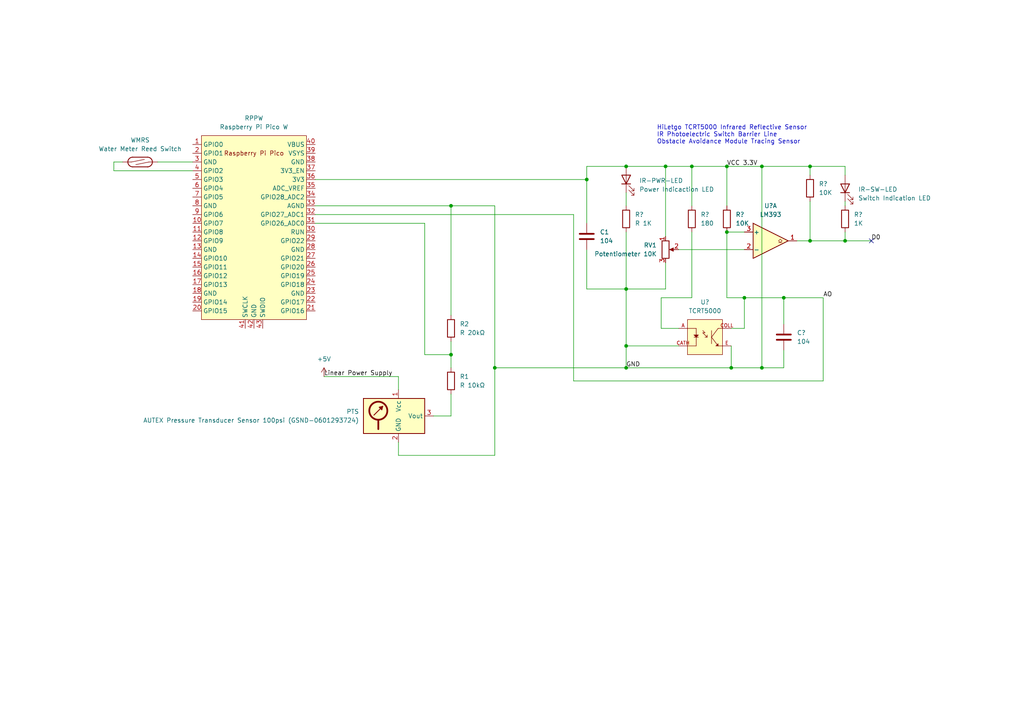
<source format=kicad_sch>
(kicad_sch (version 20211123) (generator eeschema)
  (paper "A4")
  (title_block (title "RPi Pico W Water Monitor") (date "2022-12-04") (rev "1.0.0") (company "Antonios Karagiannis"))
  (lib_symbols
    (symbol "Comparator:LM393" (pin_names (offset 0.127))
      (property "Reference" "U" (at 3.81 3.81 0))
      (property "Value" "LM393" (at 6.35 -3.81 0))
      (symbol "LM393_1_1"
        (polyline (pts (xy -5.08 5.08) (xy 5.08 0) (xy -5.08 -5.08) (xy -5.08 5.08)) (stroke (width 0.254)) (fill (type background)))
        (polyline (pts (xy 3.302 -0.508) (xy 2.794 -0.508) (xy 3.302 0) (xy 2.794 0.508) (xy 2.286 0) (xy 2.794 -0.508) (xy 2.286 -0.508)) (stroke (width 0.127)))
        (pin open_collector line (at 7.62 0 180) (length 2.54) (name "~") (number "1"))
        (pin input line (at -7.62 -2.54 0) (length 2.54) (name "-") (number "2"))
        (pin input line (at -7.62 2.54 0) (length 2.54) (name "+") (number "3"))
      )
      (symbol "LM393_2_1"
        (polyline (pts (xy -5.08 5.08) (xy 5.08 0) (xy -5.08 -5.08) (xy -5.08 5.08)) (stroke (width 0.254)) (fill (type background)))
        (polyline (pts (xy 3.302 -0.508) (xy 2.794 -0.508) (xy 3.302 0) (xy 2.794 0.508) (xy 2.286 0) (xy 2.794 -0.508) (xy 2.286 -0.508)) (stroke (width 0.127)))
        (pin input line (at -7.62 2.54 0) (length 2.54) (name "+") (number "5"))
        (pin input line (at -7.62 -2.54 0) (length 2.54) (name "-") (number "6"))
        (pin open_collector line (at 7.62 0 180) (length 2.54) (name "~") (number "7"))
      )
      (symbol "LM393_3_1"
        (pin power_in line (at -2.54 -7.62 90) (length 3.81) (name "V-") (number "4"))
        (pin power_in line (at -2.54 7.62 270) (length 3.81) (name "V+") (number "8"))
      )
    )
    (symbol "Device:C" (pin_numbers hide) (pin_names (offset 0.254))
      (property "Reference" "C" (at 0.635 2.54 0))
      (property "Value" "C" (at 0.635 -2.54 0))
      (symbol "C_0_1"
        (polyline (pts (xy -2.032 -0.762) (xy 2.032 -0.762)) (stroke (width 0.508)))
        (polyline (pts (xy -2.032 0.762) (xy 2.032 0.762)) (stroke (width 0.508)))
      )
      (symbol "C_1_1"
        (pin passive line (at 0 3.81 270) (length 2.794) (name "~") (number "1"))
        (pin passive line (at 0 -3.81 90) (length 2.794) (name "~") (number "2"))
      )
    )
    (symbol "Device:LED" (pin_numbers hide) (pin_names (offset 1.016) hide)
      (property "Reference" "D" (at 0 2.54 0))
      (property "Value" "LED" (at 0 -2.54 0))
      (symbol "LED_0_1"
        (polyline (pts (xy -1.27 -1.27) (xy -1.27 1.27)) (stroke (width 0.254)))
        (polyline (pts (xy -1.27 0) (xy 1.27 0)))
        (polyline (pts (xy 1.27 -1.27) (xy 1.27 1.27) (xy -1.27 0) (xy 1.27 -1.27)) (stroke (width 0.254)))
        (polyline (pts (xy -3.048 -0.762) (xy -4.572 -2.286) (xy -3.81 -2.286) (xy -4.572 -2.286) (xy -4.572 -1.524)))
        (polyline (pts (xy -1.778 -0.762) (xy -3.302 -2.286) (xy -2.54 -2.286) (xy -3.302 -2.286) (xy -3.302 -1.524)))
      )
      (symbol "LED_1_1"
        (pin passive line (at -3.81 0 0) (length 2.54) (name "K") (number "1"))
        (pin passive line (at 3.81 0 180) (length 2.54) (name "A") (number "2"))
      )
    )
    (symbol "Device:R" (pin_numbers hide) (pin_names (offset 0))
      (property "Reference" "R" (at 2.032 0 90))
      (property "Value" "R" (at 0 0 90))
      (symbol "R_0_1"
        (rectangle (start -1.016 -2.54) (end 1.016 2.54) (stroke (width 0.254)))
      )
      (symbol "R_1_1"
        (pin passive line (at 0 3.81 270) (length 1.27) (name "~") (number "1"))
        (pin passive line (at 0 -3.81 90) (length 1.27) (name "~") (number "2"))
      )
    )
    (symbol "Device:R_Potentiometer" (pin_names (offset 1.016) hide)
      (property "Reference" "RV" (at -4.445 0 90))
      (property "Value" "R_Potentiometer" (at -2.54 0 90))
      (symbol "R_Potentiometer_0_1"
        (polyline (pts (xy 2.54 0) (xy 1.524 0)))
        (polyline (pts (xy 1.143 0) (xy 2.286 0.508) (xy 2.286 -0.508) (xy 1.143 0)) (fill (type outline)))
        (rectangle (start 1.016 2.54) (end -1.016 -2.54) (stroke (width 0.254)))
      )
      (symbol "R_Potentiometer_1_1"
        (pin passive line (at 0 3.81 270) (length 1.27) (name "1") (number "1"))
        (pin passive line (at 3.81 0 180) (length 1.27) (name "2") (number "2"))
        (pin passive line (at 0 -3.81 90) (length 1.27) (name "3") (number "3"))
      )
    )
    (symbol "MCU_RaspberryPi_and_Boards:Pico"
      (property "Reference" "U" (at -13.97 27.94 0))
      (property "Value" "Pico" (at 0 19.05 0))
      (symbol "Pico_0_0"
        (text "Raspberry Pi Pico" (at 0 21.59 0) (effects (font (size 1.27 1.27))))
      )
      (symbol "Pico_0_1"
        (rectangle (start -15.24 26.67) (end 15.24 -26.67) (fill (type background)))
      )
      (symbol "Pico_1_1"
        (pin bidirectional line (at -17.78 24.13 0) (length 2.54) (name "GPIO0") (number "1"))
        (pin bidirectional line (at -17.78 1.27 0) (length 2.54) (name "GPIO7") (number "10"))
        (pin bidirectional line (at -17.78 -1.27 0) (length 2.54) (name "GPIO8") (number "11"))
        (pin bidirectional line (at -17.78 -3.81 0) (length 2.54) (name "GPIO9") (number "12"))
        (pin power_in line (at -17.78 -6.35 0) (length 2.54) (name "GND") (number "13"))
        (pin bidirectional line (at -17.78 -8.89 0) (length 2.54) (name "GPIO10") (number "14"))
        (pin bidirectional line (at -17.78 -11.43 0) (length 2.54) (name "GPIO11") (number "15"))
        (pin bidirectional line (at -17.78 -13.97 0) (length 2.54) (name "GPIO12") (number "16"))
        (pin bidirectional line (at -17.78 -16.51 0) (length 2.54) (name "GPIO13") (number "17"))
        (pin power_in line (at -17.78 -19.05 0) (length 2.54) (name "GND") (number "18"))
        (pin bidirectional line (at -17.78 -21.59 0) (length 2.54) (name "GPIO14") (number "19"))
        (pin bidirectional line (at -17.78 21.59 0) (length 2.54) (name "GPIO1") (number "2"))
        (pin bidirectional line (at -17.78 -24.13 0) (length 2.54) (name "GPIO15") (number "20"))
        (pin bidirectional line (at 17.78 -24.13 180) (length 2.54) (name "GPIO16") (number "21"))
        (pin bidirectional line (at 17.78 -21.59 180) (length 2.54) (name "GPIO17") (number "22"))
        (pin power_in line (at 17.78 -19.05 180) (length 2.54) (name "GND") (number "23"))
        (pin bidirectional line (at 17.78 -16.51 180) (length 2.54) (name "GPIO18") (number "24"))
        (pin bidirectional line (at 17.78 -13.97 180) (length 2.54) (name "GPIO19") (number "25"))
        (pin bidirectional line (at 17.78 -11.43 180) (length 2.54) (name "GPIO20") (number "26"))
        (pin bidirectional line (at 17.78 -8.89 180) (length 2.54) (name "GPIO21") (number "27"))
        (pin power_in line (at 17.78 -6.35 180) (length 2.54) (name "GND") (number "28"))
        (pin bidirectional line (at 17.78 -3.81 180) (length 2.54) (name "GPIO22") (number "29"))
        (pin power_in line (at -17.78 19.05 0) (length 2.54) (name "GND") (number "3"))
        (pin input line (at 17.78 -1.27 180) (length 2.54) (name "RUN") (number "30"))
        (pin bidirectional line (at 17.78 1.27 180) (length 2.54) (name "GPIO26_ADC0") (number "31"))
        (pin bidirectional line (at 17.78 3.81 180) (length 2.54) (name "GPIO27_ADC1") (number "32"))
        (pin power_in line (at 17.78 6.35 180) (length 2.54) (name "AGND") (number "33"))
        (pin bidirectional line (at 17.78 8.89 180) (length 2.54) (name "GPIO28_ADC2") (number "34"))
        (pin power_in line (at 17.78 11.43 180) (length 2.54) (name "ADC_VREF") (number "35"))
        (pin power_in line (at 17.78 13.97 180) (length 2.54) (name "3V3") (number "36"))
        (pin input line (at 17.78 16.51 180) (length 2.54) (name "3V3_EN") (number "37"))
        (pin bidirectional line (at 17.78 19.05 180) (length 2.54) (name "GND") (number "38"))
        (pin power_in line (at 17.78 21.59 180) (length 2.54) (name "VSYS") (number "39"))
        (pin bidirectional line (at -17.78 16.51 0) (length 2.54) (name "GPIO2") (number "4"))
        (pin power_in line (at 17.78 24.13 180) (length 2.54) (name "VBUS") (number "40"))
        (pin input line (at -2.54 -29.21 90) (length 2.54) (name "SWCLK") (number "41"))
        (pin power_in line (at 0 -29.21 90) (length 2.54) (name "GND") (number "42"))
        (pin bidirectional line (at 2.54 -29.21 90) (length 2.54) (name "SWDIO") (number "43"))
        (pin bidirectional line (at -17.78 13.97 0) (length 2.54) (name "GPIO3") (number "5"))
        (pin bidirectional line (at -17.78 11.43 0) (length 2.54) (name "GPIO4") (number "6"))
        (pin bidirectional line (at -17.78 8.89 0) (length 2.54) (name "GPIO5") (number "7"))
        (pin power_in line (at -17.78 6.35 0) (length 2.54) (name "GND") (number "8"))
        (pin bidirectional line (at -17.78 3.81 0) (length 2.54) (name "GPIO6") (number "9"))
      )
    )
    (symbol "Sensor_Pressure:40PC100G"
      (property "Reference" "U" (at -10.16 6.35 0))
      (property "Value" "40PC100G" (at 6.35 6.35 0))
      (symbol "40PC100G_0_1"
        (circle (center -5.842 1.524) (radius 2.6162) (stroke (width 0.508)))
        (polyline (pts (xy -7.112 0.254) (xy -4.572 2.794)) (stroke (width 0.254)))
        (polyline (pts (xy -5.842 -1.27) (xy -5.842 -3.81)) (stroke (width 0.508)))
        (polyline (pts (xy -4.572 2.794) (xy -4.826 1.778) (xy -5.588 2.54) (xy -4.572 2.794)) (stroke (width 0.254)) (fill (type outline)))
        (rectangle (start 7.62 5.08) (end -10.16 -5.08) (stroke (width 0.254)) (fill (type background)))
      )
      (symbol "40PC100G_1_1"
        (pin power_in line (at 0 7.62 270) (length 2.54) (name "Vcc") (number "1"))
        (pin power_in line (at 0 -7.62 90) (length 2.54) (name "GND") (number "2"))
        (pin output line (at 10.16 0 180) (length 2.54) (name "Vout") (number "3"))
        (pin no_connect line (at -7.62 -5.08 90) (length 2.54) hide (name "NC") (number "4"))
        (pin no_connect line (at -5.08 -5.08 90) (length 2.54) hide (name "NC") (number "5"))
        (pin no_connect line (at -2.54 -5.08 90) (length 2.54) hide (name "NC") (number "6"))
      )
    )
    (symbol "Switch:SW_Reed" (pin_numbers hide) (pin_names (offset 0) hide)
      (property "Reference" "SW" (at 0 2.54 0))
      (property "Value" "SW_Reed" (at 0 -2.54 0))
      (symbol "SW_Reed_0_0"
        (arc (start -2.159 1.397) (mid -3.556 0) (end -2.159 -1.397) (stroke (width 0.254)))
        (polyline (pts (xy -2.54 0) (xy 1.27 0.762)))
        (polyline (pts (xy -2.159 -1.397) (xy 2.286 -1.397)) (stroke (width 0.254)))
        (polyline (pts (xy 2.159 1.397) (xy -2.159 1.397)) (stroke (width 0.254)))
        (polyline (pts (xy 2.54 0) (xy -1.27 -0.762)))
        (arc (start 2.159 -1.397) (mid 3.556 0) (end 2.159 1.397) (stroke (width 0.254)))
      )
      (symbol "SW_Reed_1_1"
        (pin passive line (at -5.08 0 0) (length 2.54) (name "1") (number "1"))
        (pin passive line (at 5.08 0 180) (length 2.54) (name "2") (number "2"))
      )
    )
    (symbol "TCRT5000:TCRT5000" (pin_names (offset 1.016))
      (property "Reference" "U" (at -5.0887 5.7248 0))
      (property "Value" "TCRT5000" (at -5.0838 -5.7193 0))
      (symbol "TCRT5000_0_0"
        (rectangle (start -5.08 -5.08) (end 5.08 5.08) (stroke (width 0.1524)) (fill (type background)))
        (polyline (pts (xy -5.08 2.54) (xy -2.54 2.54)) (stroke (width 0.1524)))
        (polyline (pts (xy -3.175 0) (xy -1.905 0)) (stroke (width 0.1524)))
        (polyline (pts (xy -2.54 -2.54) (xy -5.08 -2.54)) (stroke (width 0.1524)))
        (polyline (pts (xy -2.54 2.54) (xy -2.54 -2.54)) (stroke (width 0.1524)))
        (polyline (pts (xy -0.635 1.27) (xy 0.635 0)) (stroke (width 0.1524)))
        (polyline (pts (xy -0.635 1.905) (xy 0 1.27)) (stroke (width 0.1524)))
        (polyline (pts (xy 0 1.27) (xy -0.635 1.27)) (stroke (width 0.1524)))
        (polyline (pts (xy 0.635 0) (xy 0 0)) (stroke (width 0.1524)))
        (polyline (pts (xy 0.635 0.635) (xy 0.635 0)) (stroke (width 0.1524)))
        (polyline (pts (xy 1.905 0) (xy 1.905 -1.905)) (stroke (width 0.1524)))
        (polyline (pts (xy 1.905 0) (xy 3.81 -2.54)) (stroke (width 0.1524)))
        (polyline (pts (xy 1.905 0) (xy 3.81 2.54)) (stroke (width 0.1524)))
        (polyline (pts (xy 1.905 1.905) (xy 1.905 0)) (stroke (width 0.1524)))
        (polyline (pts (xy 3.81 -2.54) (xy 5.08 -2.54)) (stroke (width 0.1524)))
        (polyline (pts (xy 3.81 2.54) (xy 5.08 2.54)) (stroke (width 0.1524)))
        (polyline (pts (xy -3.175 0.635) (xy -1.905 0.635) (xy -2.54 0) (xy -3.175 0.635)) (stroke (width 0.1524)) (fill (type outline)))
        (polyline (pts (xy 3.175 -2.54) (xy 3.81 -2.54) (xy 3.81 -1.905) (xy 3.175 -2.54)) (stroke (width 0.1524)) (fill (type outline)))
        (pin passive line (at -7.62 2.54 0) (length 2.54) (name "~") (number "A"))
        (pin passive line (at -7.62 -2.54 0) (length 2.54) (name "~") (number "CATH"))
        (pin passive line (at 7.62 2.54 180) (length 2.54) (name "~") (number "COLL"))
        (pin passive line (at 7.62 -2.54 180) (length 2.54) (name "~") (number "E"))
      )
    )
    (symbol "power:+5V" (power) (pin_names (offset 0))
      (property "Value" "+5V" (at 0 3.556 0))
      (symbol "+5V_0_1"
        (polyline (pts (xy -0.762 1.27) (xy 0 2.54)))
        (polyline (pts (xy 0 0) (xy 0 2.54)))
        (polyline (pts (xy 0 2.54) (xy 0.762 1.27)))
      )
      (symbol "+5V_1_1"
        (pin power_in line (at 0 0 90) (length 0) hide (name "+5V") (number "1"))
      )
    )
  )
  (junction (at 220.98 106.68))
  (junction (at 227.33 86.36))
  (junction (at 181.61 48.26))
  (junction (at 234.95 69.85))
  (junction (at 210.82 48.26))
  (junction (at 212.09 106.68))
  (junction (at 245.11 69.85))
  (junction (at 181.61 106.68))
  (junction (at 200.66 48.26))
  (junction (at 234.95 48.26))
  (junction (at 193.04 48.26))
  (junction (at 181.61 83.82))
  (junction (at 181.61 100.33))
  (junction (at 170.18 52.07))
  (junction (at 215.9 86.36))
  (junction (at 210.82 67.31))
  (junction (at 143.51 106.68))
  (junction (at 130.81 59.69))
  (junction (at 130.81 102.87))
  (junction (at 220.98 48.26))
  (no_connect (at 252.73 69.85))
  (wire (pts (xy 234.95 58.42) (xy 234.95 69.85)))
  (wire (pts (xy 115.57 109.22) (xy 115.57 113.03)))
  (wire (pts (xy 181.61 48.26) (xy 170.18 48.26)))
  (wire (pts (xy 130.81 102.87) (xy 130.81 106.68)))
  (wire (pts (xy 210.82 48.26) (xy 220.98 48.26)))
  (wire (pts (xy 220.98 48.26) (xy 234.95 48.26)))
  (wire (pts (xy 191.77 86.36) (xy 191.77 95.25)))
  (wire (pts (xy 193.04 76.2) (xy 193.04 83.82)))
  (wire (pts (xy 181.61 100.33) (xy 196.85 100.33)))
  (wire (pts (xy 181.61 106.68) (xy 212.09 106.68)))
  (wire (pts (xy 130.81 59.69) (xy 91.44 59.69)))
  (wire (pts (xy 227.33 106.68) (xy 220.98 106.68)))
  (wire (pts (xy 212.09 95.25) (xy 215.9 95.25)))
  (wire (pts (xy 115.57 132.08) (xy 143.51 132.08)))
  (wire (pts (xy 234.95 48.26) (xy 245.11 48.26)))
  (wire (pts (xy 210.82 67.31) (xy 215.9 67.31)))
  (wire (pts (xy 220.98 48.26) (xy 220.98 106.68)))
  (wire (pts (xy 93.98 109.22) (xy 115.57 109.22)))
  (wire (pts (xy 166.37 62.23) (xy 166.37 110.49)))
  (wire (pts (xy 91.44 52.07) (xy 170.18 52.07)))
  (wire (pts (xy 123.19 102.87) (xy 130.81 102.87)))
  (wire (pts (xy 45.72 46.99) (xy 55.88 46.99)))
  (wire (pts (xy 181.61 83.82) (xy 193.04 83.82)))
  (wire (pts (xy 245.11 69.85) (xy 245.11 67.31)))
  (wire (pts (xy 143.51 106.68) (xy 181.61 106.68)))
  (wire (pts (xy 181.61 67.31) (xy 181.61 83.82)))
  (wire (pts (xy 143.51 132.08) (xy 143.51 106.68)))
  (wire (pts (xy 170.18 72.39) (xy 170.18 83.82)))
  (wire (pts (xy 200.66 67.31) (xy 200.66 86.36)))
  (wire (pts (xy 170.18 52.07) (xy 170.18 64.77)))
  (wire (pts (xy 200.66 48.26) (xy 200.66 59.69)))
  (wire (pts (xy 238.76 86.36) (xy 227.33 86.36)))
  (wire (pts (xy 210.82 48.26) (xy 210.82 59.69)))
  (wire (pts (xy 215.9 95.25) (xy 215.9 86.36)))
  (wire (pts (xy 227.33 93.98) (xy 227.33 86.36)))
  (wire (pts (xy 245.11 69.85) (xy 252.73 69.85)))
  (wire (pts (xy 181.61 48.26) (xy 193.04 48.26)))
  (wire (pts (xy 170.18 83.82) (xy 181.61 83.82)))
  (wire (pts (xy 234.95 50.8) (xy 234.95 48.26)))
  (wire (pts (xy 245.11 50.8) (xy 245.11 48.26)))
  (wire (pts (xy 91.44 62.23) (xy 166.37 62.23)))
  (wire (pts (xy 200.66 86.36) (xy 191.77 86.36)))
  (wire (pts (xy 227.33 101.6) (xy 227.33 106.68)))
  (wire (pts (xy 238.76 110.49) (xy 238.76 86.36)))
  (wire (pts (xy 125.73 120.65) (xy 130.81 120.65)))
  (wire (pts (xy 91.44 64.77) (xy 123.19 64.77)))
  (wire (pts (xy 245.11 58.42) (xy 245.11 59.69)))
  (wire (pts (xy 210.82 86.36) (xy 210.82 67.31)))
  (wire (pts (xy 115.57 128.27) (xy 115.57 132.08)))
  (wire (pts (xy 130.81 120.65) (xy 130.81 114.3)))
  (wire (pts (xy 166.37 110.49) (xy 238.76 110.49)))
  (wire (pts (xy 215.9 86.36) (xy 210.82 86.36)))
  (wire (pts (xy 123.19 64.77) (xy 123.19 102.87)))
  (wire (pts (xy 33.02 49.53) (xy 55.88 49.53)))
  (wire (pts (xy 231.14 69.85) (xy 234.95 69.85)))
  (wire (pts (xy 33.02 46.99) (xy 35.56 46.99)))
  (wire (pts (xy 130.81 99.06) (xy 130.81 102.87)))
  (wire (pts (xy 234.95 69.85) (xy 245.11 69.85)))
  (wire (pts (xy 181.61 83.82) (xy 181.61 100.33)))
  (wire (pts (xy 212.09 100.33) (xy 212.09 106.68)))
  (wire (pts (xy 220.98 106.68) (xy 212.09 106.68)))
  (wire (pts (xy 170.18 48.26) (xy 170.18 52.07)))
  (wire (pts (xy 130.81 91.44) (xy 130.81 59.69)))
  (wire (pts (xy 200.66 48.26) (xy 210.82 48.26)))
  (wire (pts (xy 143.51 106.68) (xy 143.51 59.69)))
  (wire (pts (xy 215.9 86.36) (xy 227.33 86.36)))
  (wire (pts (xy 143.51 59.69) (xy 130.81 59.69)))
  (wire (pts (xy 193.04 48.26) (xy 200.66 48.26)))
  (wire (pts (xy 181.61 55.88) (xy 181.61 59.69)))
  (wire (pts (xy 181.61 100.33) (xy 181.61 106.68)))
  (wire (pts (xy 33.02 46.99) (xy 33.02 49.53)))
  (wire (pts (xy 193.04 48.26) (xy 193.04 68.58)))
  (wire (pts (xy 191.77 95.25) (xy 196.85 95.25)))
  (wire (pts (xy 196.85 72.39) (xy 215.9 72.39)))
  (text "HiLetgo TCRT5000 Infrared Reflective Sensor\nIR Photoelectric Switch Barrier Line\nObstacle Avoidance Module Tracing Sensor" (at 190.5 41.91 0) (effects (font (size 1.27 1.27)) (justify left bottom)))
  (label "AO" (at 238.76 86.36 0))
  (label "VCC 3.3V" (at 210.82 48.26 0))
  (label "D0" (at 252.73 69.85 0))
  (label "GND" (at 181.61 106.68 0))
  (label "Linear Power Supply" (at 93.98 109.22 0))
  (symbol (lib_id "Switch:SW_Reed") (at 40.64 46.99 0) (unit 1)
    (property "Reference" "WMRS" (at 40.64 40.64 0))
    (property "Value" "Water Meter Reed Switch" (at 40.64 43.18 0))
  )
  (symbol (lib_id "power:+5V") (at 93.98 109.22 0) (unit 1)
    (property "Reference" "#PWR?" (effects hide))
    (property "Value" "+5V" (at 93.98 104.14 0))
  )
  (symbol (lib_id "MCU_RaspberryPi_and_Boards:Pico") (at 73.66 66.04 0) (unit 1)
    (property "Reference" "RPPW" (at 73.66 34.29 0))
    (property "Value" "Raspberry Pi Pico W" (at 73.66 36.83 0))
    (property "Footprint" "RPi_Pico:RPi_Pico_SMD_TH" (effects hide))
  )
  (symbol (lib_id "Sensor_Pressure:40PC100G") (at 115.57 120.65 0) (unit 1)
    (property "Reference" "PTS" (at 104.14 119.3799 0) (effects (justify right)))
    (property "Value" "AUTEX Pressure Transducer Sensor 100psi (‎GSND-0601293724)" (at 104.14 121.9199 0) (effects (justify right)))
    (property "Datasheet" "http://www.honeywellscportal.com//index.php?ci_id=138832" (effects hide))
  )
  (symbol (lib_id "Device:C") (at 170.18 68.58 0) (unit 1)
    (property "Reference" "C1" (at 173.99 67.3099 0) (effects (justify left)))
    (property "Value" "104" (at 173.99 69.8499 0) (effects (justify left)))
  )
  (symbol (lib_id "Device:R") (at 245.11 63.5 0) (unit 1)
    (property "Reference" "R?" (at 247.65 62.2299 0) (effects (justify left)))
    (property "Value" "1K" (at 247.65 64.7699 0) (effects (justify left)))
  )
  (symbol (lib_id "TCRT5000:TCRT5000") (at 204.47 97.79 0) (unit 1)
    (property "Reference" "U?" (at 204.47 87.63 0))
    (property "Value" "TCRT5000" (at 204.47 90.17 0))
    (property "Footprint" "OPTO_TCRT5000" (effects hide))
    (property "MANUFACTURER" "Vishay" (effects hide))
    (property "PARTREV" "1.7" (effects hide))
    (property "MAXIMUM_PACKAGE_HEIGHT" "7.2mm" (effects hide))
    (property "STANDARD" "Manufacturer recommendations" (effects hide))
  )
  (symbol (lib_id "Device:LED") (at 245.11 54.61 90) (unit 1)
    (property "Reference" "IR-SW-LED" (at 248.92 54.9274 90) (effects (justify right)))
    (property "Value" "Switch Indication LED" (at 248.92 57.4674 90) (effects (justify right)))
  )
  (symbol (lib_id "Device:R_Potentiometer") (at 193.04 72.39 0) (unit 1)
    (property "Reference" "RV1" (at 190.5 71.1199 0) (effects (justify right)))
    (property "Value" "Potentiometer 10K" (at 190.5 73.6599 0) (effects (justify right)))
  )
  (symbol (lib_id "Device:R") (at 210.82 63.5 0) (unit 1)
    (property "Reference" "R?" (at 213.36 62.23 0) (effects (justify left)))
    (property "Value" "10K" (at 213.36 64.7699 0) (effects (justify left)))
  )
  (symbol (lib_id "Device:C") (at 227.33 97.79 0) (unit 1)
    (property "Reference" "C?" (at 231.14 96.5199 0) (effects (justify left)))
    (property "Value" "104" (at 231.14 99.0599 0) (effects (justify left)))
  )
  (symbol (lib_id "Device:R") (at 130.81 110.49 0) (unit 1)
    (property "Reference" "R1" (at 133.35 109.2199 0) (effects (justify left)))
    (property "Value" "R 10kΩ" (at 133.35 111.7599 0) (effects (justify left)))
  )
  (symbol (lib_id "Device:R") (at 181.61 63.5 0) (unit 1)
    (property "Reference" "R?" (at 184.15 62.2299 0) (effects (justify left)))
    (property "Value" "R 1K" (at 184.15 64.7699 0) (effects (justify left)))
  )
  (symbol (lib_id "Device:R") (at 200.66 63.5 0) (unit 1)
    (property "Reference" "R?" (at 203.2 62.2299 0) (effects (justify left)))
    (property "Value" "180" (at 203.2 64.7699 0) (effects (justify left)))
  )
  (symbol (lib_id "Comparator:LM393") (at 223.52 69.85 0) (unit 1)
    (property "Reference" "U?" (at 223.52 59.69 0))
    (property "Value" "LM393" (at 223.52 62.23 0))
    (property "Datasheet" "http://www.ti.com/lit/ds/symlink/lm393.pdf" (effects hide))
  )
  (symbol (lib_id "Device:R") (at 130.81 95.25 0) (unit 1)
    (property "Reference" "R2" (at 133.35 93.9799 0) (effects (justify left)))
    (property "Value" "R 20kΩ" (at 133.35 96.5199 0) (effects (justify left)))
  )
  (symbol (lib_id "Device:LED") (at 181.61 52.07 90) (unit 1)
    (property "Reference" "IR-PWR-LED" (at 185.42 52.3874 90) (effects (justify right)))
    (property "Value" "Power Indicaction LED" (at 185.42 54.9274 90) (effects (justify right)))
  )
  (symbol (lib_id "Device:R") (at 234.95 54.61 0) (unit 1)
    (property "Reference" "R?" (at 237.49 53.3399 0) (effects (justify left)))
    (property "Value" "10K" (at 237.49 55.8799 0) (effects (justify left)))
  )
)
</source>
